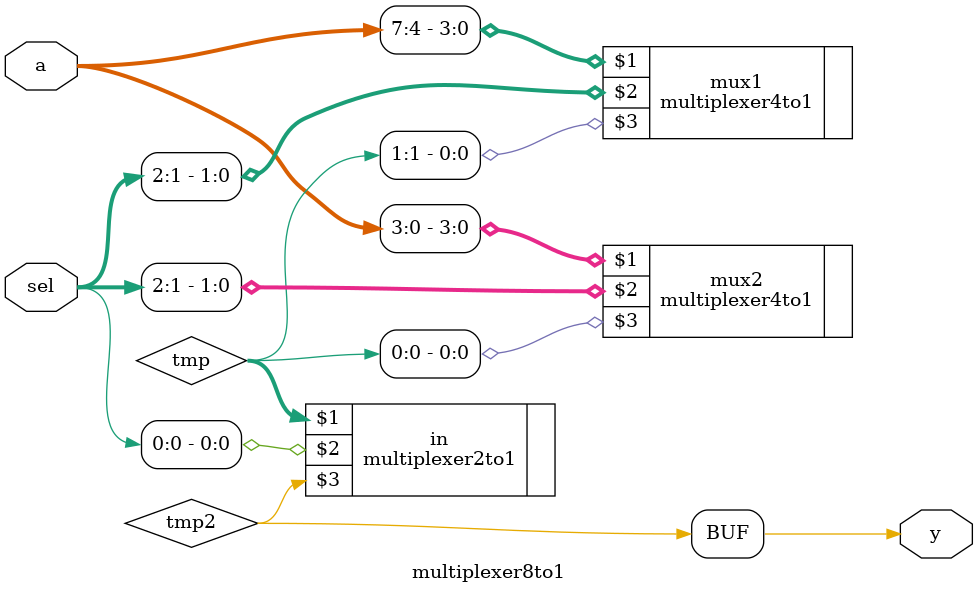
<source format=v>


module multiplexer8to1(a,sel,y);

	input[7:0] a;
	input[2:0] sel;
	output y;
	
	
	wire [1:0]tmp;
	wire tmp2;
	
	multiplexer4to1 mux1(a[7:4],sel[2:1],tmp[1]);
	multiplexer4to1 mux2(a[3:0],sel[2:1],tmp[0]);
	multiplexer2to1 in(tmp,sel[0],tmp2);
	
	assign y = tmp2;
	
	endmodule
	
</source>
